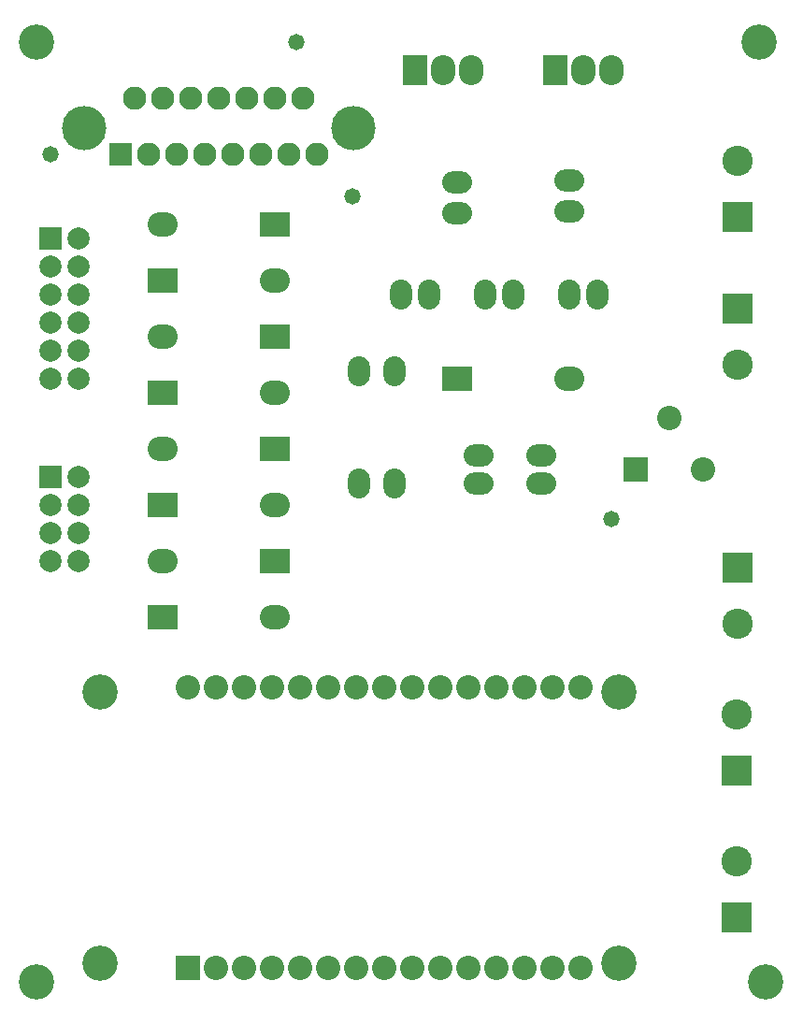
<source format=gbs>
G04*
G04 #@! TF.GenerationSoftware,Altium Limited,Altium Designer,24.0.1 (36)*
G04*
G04 Layer_Color=16711935*
%FSLAX44Y44*%
%MOMM*%
G71*
G04*
G04 #@! TF.SameCoordinates,43BDCCDE-791F-4BA8-B158-4DCCD13140C2*
G04*
G04*
G04 #@! TF.FilePolarity,Negative*
G04*
G01*
G75*
%ADD18O,2.0032X2.7032*%
%ADD19R,2.0032X2.0032*%
%ADD20C,2.0032*%
%ADD21O,2.7032X2.2032*%
%ADD22R,2.7032X2.2032*%
%ADD23R,2.7432X2.7432*%
%ADD24C,2.7432*%
%ADD25C,3.2032*%
%ADD26R,2.2032X2.2032*%
%ADD27C,2.2032*%
%ADD28O,2.2032X2.7032*%
%ADD29R,2.2032X2.7032*%
%ADD30O,2.7032X2.0032*%
%ADD31O,2.0032X2.7032*%
%ADD32R,2.2032X2.2032*%
%ADD33C,2.1082*%
%ADD34R,2.1082X2.1082*%
%ADD35C,4.0132*%
%ADD36C,1.4732*%
D18*
X546100Y660400D02*
D03*
X520700D02*
D03*
X444500D02*
D03*
X469900D02*
D03*
X368300D02*
D03*
X393700D02*
D03*
D19*
X50800Y495300D02*
D03*
Y711200D02*
D03*
D20*
X76200Y495300D02*
D03*
X50800Y469900D02*
D03*
X76200D02*
D03*
X50800Y444500D02*
D03*
X76200D02*
D03*
X50800Y419100D02*
D03*
X76200D02*
D03*
Y584200D02*
D03*
X50800D02*
D03*
X76200Y609600D02*
D03*
X50800D02*
D03*
X76200Y635000D02*
D03*
X50800D02*
D03*
X76200Y660400D02*
D03*
X50800D02*
D03*
X76200Y685800D02*
D03*
X50800D02*
D03*
X76200Y711200D02*
D03*
D21*
X254000Y368300D02*
D03*
X152400Y419100D02*
D03*
X254000Y469900D02*
D03*
X152400Y520700D02*
D03*
X520700Y584200D02*
D03*
X254000Y571500D02*
D03*
X152400Y723900D02*
D03*
X254000Y673100D02*
D03*
X152400Y622300D02*
D03*
D22*
Y368300D02*
D03*
X254000Y419100D02*
D03*
X152400Y469900D02*
D03*
X254000Y520700D02*
D03*
X419100Y584200D02*
D03*
X152400Y571500D02*
D03*
X254000Y723900D02*
D03*
X152400Y673100D02*
D03*
X254000Y622300D02*
D03*
D23*
X671830Y96210D02*
D03*
Y229560D02*
D03*
X673100Y412750D02*
D03*
Y647700D02*
D03*
Y730250D02*
D03*
D24*
X671830Y147010D02*
D03*
Y280360D02*
D03*
X673100Y361950D02*
D03*
Y596900D02*
D03*
Y781050D02*
D03*
D25*
X95450Y300100D02*
D03*
X564950Y55000D02*
D03*
Y300100D02*
D03*
X95450Y55000D02*
D03*
X698500Y37790D02*
D03*
X38100D02*
D03*
Y888690D02*
D03*
X692150D02*
D03*
D26*
X175050Y50800D02*
D03*
D27*
X200450D02*
D03*
X225850D02*
D03*
X251250D02*
D03*
X276650D02*
D03*
X302050D02*
D03*
X327450D02*
D03*
X352850D02*
D03*
X378250D02*
D03*
X403650D02*
D03*
X429050D02*
D03*
X454450D02*
D03*
X479850D02*
D03*
X505250D02*
D03*
X530650D02*
D03*
X175050Y304800D02*
D03*
X200450D02*
D03*
X225850D02*
D03*
X251250D02*
D03*
X276650D02*
D03*
X302050D02*
D03*
X327450D02*
D03*
X352850D02*
D03*
X378250D02*
D03*
X403650D02*
D03*
X429050D02*
D03*
X454450D02*
D03*
X479850D02*
D03*
X505250D02*
D03*
X530650D02*
D03*
X641350Y501650D02*
D03*
X610870Y548640D02*
D03*
D28*
X558800Y863600D02*
D03*
X533400D02*
D03*
X431800D02*
D03*
X406400D02*
D03*
D29*
X508000D02*
D03*
X381000D02*
D03*
D30*
X520700Y735330D02*
D03*
Y763270D02*
D03*
X419100Y734060D02*
D03*
Y762000D02*
D03*
X438150Y514350D02*
D03*
Y488950D02*
D03*
X495300Y514350D02*
D03*
Y488950D02*
D03*
D31*
X330200D02*
D03*
Y590550D02*
D03*
X361950Y488950D02*
D03*
Y590550D02*
D03*
D32*
X580390Y501650D02*
D03*
D33*
X292100Y787400D02*
D03*
X279400Y838200D02*
D03*
X266700Y787400D02*
D03*
X254000Y838200D02*
D03*
X241300Y787400D02*
D03*
X228600Y838200D02*
D03*
X215900Y787400D02*
D03*
X203200Y838200D02*
D03*
X190500Y787400D02*
D03*
X177800Y838200D02*
D03*
X165100Y787400D02*
D03*
X152400Y838200D02*
D03*
X139700Y787400D02*
D03*
X127000Y838200D02*
D03*
D34*
X114300Y787400D02*
D03*
D35*
X325120Y810514D02*
D03*
X81280D02*
D03*
D36*
X273050Y889000D02*
D03*
X558800Y457200D02*
D03*
X323850Y749300D02*
D03*
X50800Y787400D02*
D03*
M02*

</source>
